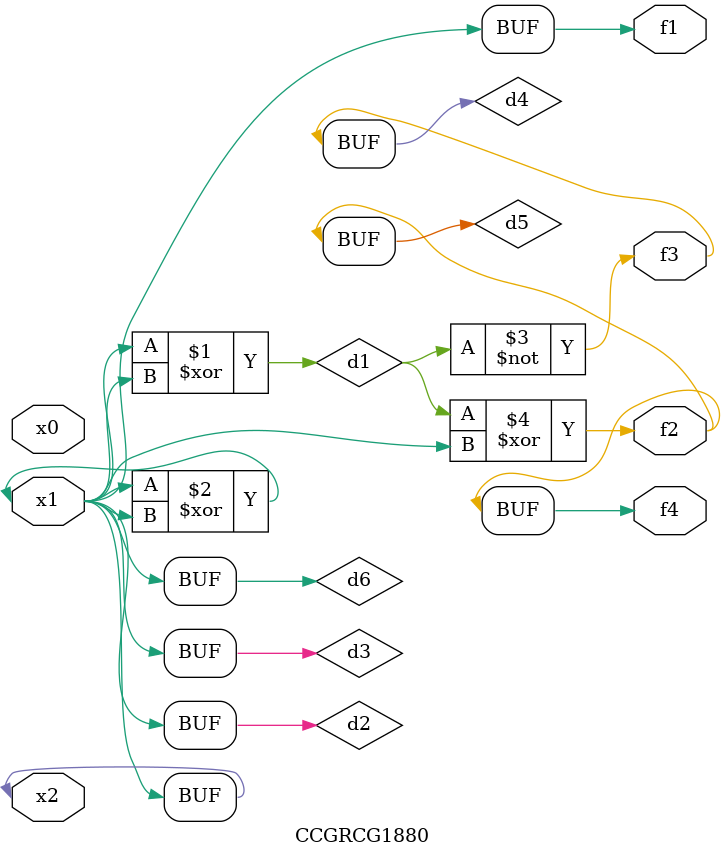
<source format=v>
module CCGRCG1880(
	input x0, x1, x2,
	output f1, f2, f3, f4
);

	wire d1, d2, d3, d4, d5, d6;

	xor (d1, x1, x2);
	buf (d2, x1, x2);
	xor (d3, x1, x2);
	nor (d4, d1);
	xor (d5, d1, d2);
	buf (d6, d2, d3);
	assign f1 = d6;
	assign f2 = d5;
	assign f3 = d4;
	assign f4 = d5;
endmodule

</source>
